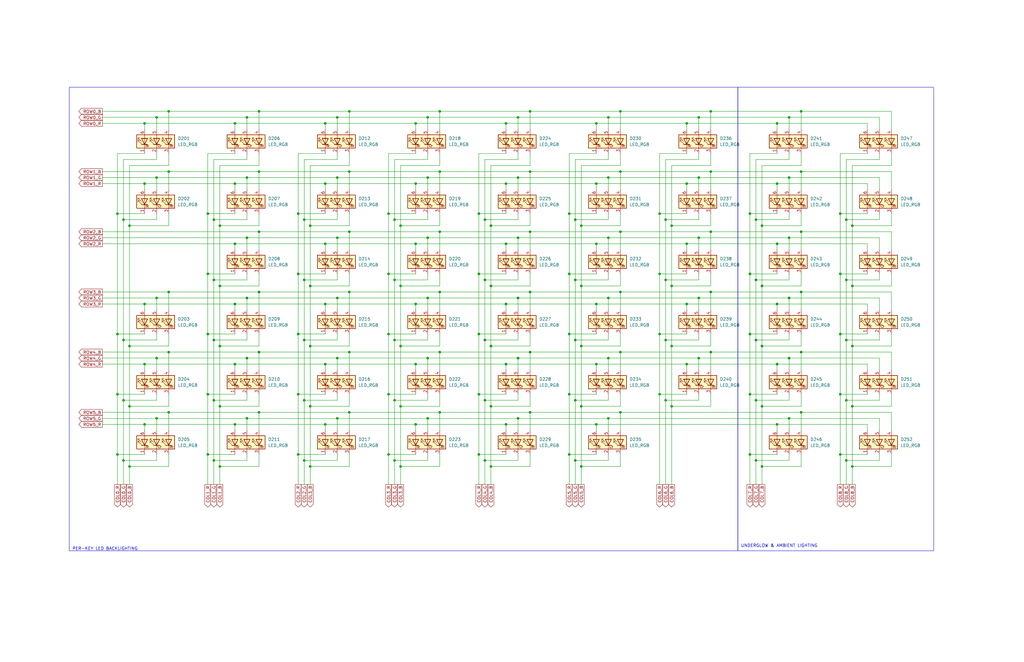
<source format=kicad_sch>
(kicad_sch (version 20230121) (generator eeschema)
  (paper "USLedger")
  (title_block (title "ErgoDUE") (date "2024-01-15") (rev "V0.1") (company "Alessandro Rizzoni") (comment 1 "SCHEMATIC") (comment 2 "DRAFT") (comment 3 "AIR"))
  (junction (at 52.07 92.71))
  (junction (at 245.11 146.05))
  (junction (at 66.04 125.73))
  (junction (at 180.34 176.53))
  (junction (at 87.63 115.57))
  (junction (at 163.83 115.57))
  (junction (at 128.27 168.91))
  (junction (at 256.54 176.53))
  (junction (at 125.73 90.17))
  (junction (at 213.36 179.07))
  (junction (at 168.91 196.85))
  (junction (at 137.16 128.27))
  (junction (at 318.77 118.11))
  (junction (at 251.46 153.67))
  (junction (at 168.91 171.45))
  (junction (at 128.27 143.51))
  (junction (at 204.47 92.71))
  (junction (at 242.57 92.71))
  (junction (at 90.17 143.51))
  (junction (at 166.37 118.11))
  (junction (at 175.26 128.27))
  (junction (at 356.87 118.11))
  (junction (at 92.71 196.85))
  (junction (at 109.22 148.59))
  (junction (at 242.57 194.31))
  (junction (at 218.44 125.73))
  (junction (at 261.62 46.99))
  (junction (at 251.46 102.87))
  (junction (at 213.36 128.27))
  (junction (at 251.46 52.07))
  (junction (at 109.22 72.39))
  (junction (at 201.93 191.77))
  (junction (at 130.81 95.25))
  (junction (at 60.96 128.27))
  (junction (at 356.87 168.91))
  (junction (at 316.23 166.37))
  (junction (at 66.04 176.53))
  (junction (at 359.41 171.45))
  (junction (at 289.56 153.67))
  (junction (at 99.06 153.67))
  (junction (at 321.31 196.85))
  (junction (at 327.66 153.67))
  (junction (at 356.87 194.31))
  (junction (at 60.96 77.47))
  (junction (at 204.47 118.11))
  (junction (at 147.32 72.39))
  (junction (at 104.14 100.33))
  (junction (at 359.41 146.05))
  (junction (at 104.14 74.93))
  (junction (at 316.23 191.77))
  (junction (at 142.24 125.73))
  (junction (at 54.61 146.05))
  (junction (at 242.57 118.11))
  (junction (at 354.33 191.77))
  (junction (at 99.06 77.47))
  (junction (at 223.52 72.39))
  (junction (at 201.93 166.37))
  (junction (at 332.74 151.13))
  (junction (at 332.74 176.53))
  (junction (at 354.33 90.17))
  (junction (at 261.62 123.19))
  (junction (at 92.71 171.45))
  (junction (at 256.54 151.13))
  (junction (at 137.16 52.07))
  (junction (at 125.73 115.57))
  (junction (at 289.56 102.87))
  (junction (at 168.91 120.65))
  (junction (at 87.63 191.77))
  (junction (at 71.12 72.39))
  (junction (at 175.26 179.07))
  (junction (at 278.13 140.97))
  (junction (at 201.93 115.57))
  (junction (at 207.01 146.05))
  (junction (at 52.07 194.31))
  (junction (at 90.17 194.31))
  (junction (at 175.26 102.87))
  (junction (at 201.93 90.17))
  (junction (at 242.57 168.91))
  (junction (at 280.67 143.51))
  (junction (at 163.83 166.37))
  (junction (at 278.13 90.17))
  (junction (at 90.17 92.71))
  (junction (at 256.54 49.53))
  (junction (at 289.56 77.47))
  (junction (at 240.03 90.17))
  (junction (at 180.34 100.33))
  (junction (at 54.61 196.85))
  (junction (at 175.26 52.07))
  (junction (at 104.14 125.73))
  (junction (at 207.01 120.65))
  (junction (at 337.82 72.39))
  (junction (at 147.32 123.19))
  (junction (at 54.61 171.45))
  (junction (at 245.11 196.85))
  (junction (at 337.82 97.79))
  (junction (at 99.06 128.27))
  (junction (at 180.34 151.13))
  (junction (at 130.81 171.45))
  (junction (at 90.17 118.11))
  (junction (at 185.42 72.39))
  (junction (at 104.14 176.53))
  (junction (at 137.16 102.87))
  (junction (at 142.24 49.53))
  (junction (at 337.82 173.99))
  (junction (at 185.42 148.59))
  (junction (at 294.64 74.93))
  (junction (at 318.77 143.51))
  (junction (at 147.32 173.99))
  (junction (at 261.62 72.39))
  (junction (at 109.22 123.19))
  (junction (at 142.24 74.93))
  (junction (at 356.87 92.71))
  (junction (at 125.73 191.77))
  (junction (at 299.72 123.19))
  (junction (at 261.62 173.99))
  (junction (at 213.36 52.07))
  (junction (at 49.53 90.17))
  (junction (at 278.13 115.57))
  (junction (at 240.03 140.97))
  (junction (at 125.73 140.97))
  (junction (at 218.44 100.33))
  (junction (at 327.66 52.07))
  (junction (at 278.13 166.37))
  (junction (at 109.22 46.99))
  (junction (at 327.66 179.07))
  (junction (at 104.14 151.13))
  (junction (at 130.81 146.05))
  (junction (at 256.54 100.33))
  (junction (at 175.26 77.47))
  (junction (at 289.56 128.27))
  (junction (at 213.36 77.47))
  (junction (at 332.74 100.33))
  (junction (at 52.07 168.91))
  (junction (at 92.71 146.05))
  (junction (at 280.67 92.71))
  (junction (at 354.33 115.57))
  (junction (at 337.82 46.99))
  (junction (at 318.77 92.71))
  (junction (at 147.32 46.99))
  (junction (at 49.53 166.37))
  (junction (at 213.36 102.87))
  (junction (at 299.72 46.99))
  (junction (at 283.21 120.65))
  (junction (at 240.03 166.37))
  (junction (at 204.47 194.31))
  (junction (at 99.06 102.87))
  (junction (at 242.57 143.51))
  (junction (at 128.27 118.11))
  (junction (at 251.46 77.47))
  (junction (at 66.04 151.13))
  (junction (at 49.53 140.97))
  (junction (at 299.72 72.39))
  (junction (at 207.01 95.25))
  (junction (at 163.83 90.17))
  (junction (at 359.41 95.25))
  (junction (at 261.62 148.59))
  (junction (at 213.36 153.67))
  (junction (at 283.21 171.45))
  (junction (at 294.64 125.73))
  (junction (at 280.67 118.11))
  (junction (at 109.22 173.99))
  (junction (at 207.01 196.85))
  (junction (at 251.46 179.07))
  (junction (at 359.41 120.65))
  (junction (at 90.17 168.91))
  (junction (at 52.07 143.51))
  (junction (at 109.22 97.79))
  (junction (at 299.72 97.79))
  (junction (at 168.91 95.25))
  (junction (at 147.32 148.59))
  (junction (at 251.46 128.27))
  (junction (at 218.44 151.13))
  (junction (at 147.32 97.79))
  (junction (at 130.81 196.85))
  (junction (at 60.96 179.07))
  (junction (at 137.16 77.47))
  (junction (at 166.37 168.91))
  (junction (at 142.24 176.53))
  (junction (at 327.66 128.27))
  (junction (at 163.83 191.77))
  (junction (at 223.52 97.79))
  (junction (at 283.21 146.05))
  (junction (at 66.04 74.93))
  (junction (at 316.23 140.97))
  (junction (at 71.12 173.99))
  (junction (at 356.87 143.51))
  (junction (at 166.37 92.71))
  (junction (at 354.33 140.97))
  (junction (at 166.37 143.51))
  (junction (at 280.67 168.91))
  (junction (at 185.42 97.79))
  (junction (at 54.61 95.25))
  (junction (at 49.53 191.77))
  (junction (at 60.96 52.07))
  (junction (at 223.52 173.99))
  (junction (at 180.34 125.73))
  (junction (at 327.66 102.87))
  (junction (at 60.96 153.67))
  (junction (at 261.62 97.79))
  (junction (at 218.44 49.53))
  (junction (at 256.54 74.93))
  (junction (at 66.04 49.53))
  (junction (at 185.42 123.19))
  (junction (at 142.24 100.33))
  (junction (at 318.77 168.91))
  (junction (at 256.54 125.73))
  (junction (at 163.83 140.97))
  (junction (at 204.47 143.51))
  (junction (at 128.27 194.31))
  (junction (at 321.31 171.45))
  (junction (at 294.64 49.53))
  (junction (at 318.77 194.31))
  (junction (at 204.47 168.91))
  (junction (at 180.34 49.53))
  (junction (at 321.31 146.05))
  (junction (at 99.06 179.07))
  (junction (at 316.23 115.57))
  (junction (at 332.74 74.93))
  (junction (at 201.93 140.97))
  (junction (at 354.33 166.37))
  (junction (at 180.34 74.93))
  (junction (at 240.03 191.77))
  (junction (at 130.81 120.65))
  (junction (at 337.82 123.19))
  (junction (at 316.23 90.17))
  (junction (at 245.11 171.45))
  (junction (at 289.56 52.07))
  (junction (at 71.12 148.59))
  (junction (at 245.11 120.65))
  (junction (at 87.63 166.37))
  (junction (at 218.44 176.53))
  (junction (at 337.82 148.59))
  (junction (at 71.12 46.99))
  (junction (at 99.06 52.07))
  (junction (at 87.63 140.97))
  (junction (at 299.72 148.59))
  (junction (at 223.52 148.59))
  (junction (at 245.11 95.25))
  (junction (at 294.64 151.13))
  (junction (at 104.14 49.53))
  (junction (at 218.44 74.93))
  (junction (at 321.31 95.25))
  (junction (at 92.71 120.65))
  (junction (at 166.37 194.31))
  (junction (at 332.74 49.53))
  (junction (at 207.01 171.45))
  (junction (at 294.64 100.33))
  (junction (at 359.41 196.85))
  (junction (at 223.52 123.19))
  (junction (at 332.74 125.73))
  (junction (at 125.73 166.37))
  (junction (at 87.63 90.17))
  (junction (at 185.42 46.99))
  (junction (at 142.24 151.13))
  (junction (at 92.71 95.25))
  (junction (at 137.16 153.67))
  (junction (at 223.52 46.99))
  (junction (at 137.16 179.07))
  (junction (at 175.26 153.67))
  (junction (at 128.27 92.71))
  (junction (at 240.03 115.57))
  (junction (at 283.21 95.25))
  (junction (at 327.66 77.47))
  (junction (at 185.42 173.99))
  (junction (at 71.12 123.19))
  (junction (at 168.91 146.05))
  (junction (at 321.31 120.65))
  (wire (pts (xy 104.14 194.31) (xy 104.14 191.77)))
  (wire (pts (xy 128.27 168.91) (xy 142.24 168.91)))
  (wire (pts (xy 354.33 115.57) (xy 365.76 115.57)))
  (wire (pts (xy 337.82 97.79) (xy 337.82 105.41)))
  (wire (pts (xy 223.52 97.79) (xy 223.52 105.41)))
  (wire (pts (xy 337.82 69.85) (xy 321.31 69.85)))
  (wire (pts (xy 327.66 179.07) (xy 327.66 181.61)))
  (wire (pts (xy 163.83 140.97) (xy 163.83 166.37)))
  (wire (pts (xy 318.77 143.51) (xy 318.77 168.91)))
  (wire (pts (xy 175.26 52.07) (xy 213.36 52.07)))
  (wire (pts (xy 261.62 123.19) (xy 261.62 130.81)))
  (wire (pts (xy 175.26 52.07) (xy 175.26 54.61)))
  (wire (pts (xy 99.06 102.87) (xy 137.16 102.87)))
  (wire (pts (xy 294.64 151.13) (xy 332.74 151.13)))
  (wire (pts (xy 142.24 100.33) (xy 180.34 100.33)))
  (wire (pts (xy 299.72 123.19) (xy 337.82 123.19)))
  (wire (pts (xy 280.67 143.51) (xy 294.64 143.51)))
  (wire (pts (xy 356.87 118.11) (xy 370.84 118.11)))
  (wire (pts (xy 283.21 69.85) (xy 283.21 95.25)))
  (wire (pts (xy 104.14 166.37) (xy 104.14 168.91)))
  (wire (pts (xy 185.42 173.99) (xy 185.42 181.61)))
  (wire (pts (xy 128.27 92.71) (xy 128.27 118.11)))
  (wire (pts (xy 180.34 176.53) (xy 180.34 181.61)))
  (wire (pts (xy 92.71 146.05) (xy 92.71 171.45)))
  (wire (pts (xy 104.14 64.77) (xy 104.14 67.31)))
  (wire (pts (xy 92.71 146.05) (xy 109.22 146.05)))
  (wire (pts (xy 375.92 146.05) (xy 375.92 140.97)))
  (wire (pts (xy 289.56 102.87) (xy 327.66 102.87)))
  (wire (pts (xy 109.22 46.99) (xy 147.32 46.99)))
  (wire (pts (xy 43.18 77.47) (xy 60.96 77.47)))
  (wire (pts (xy 318.77 168.91) (xy 318.77 194.31)))
  (wire (pts (xy 109.22 72.39) (xy 147.32 72.39)))
  (wire (pts (xy 147.32 69.85) (xy 130.81 69.85)))
  (wire (pts (xy 204.47 194.31) (xy 218.44 194.31)))
  (wire (pts (xy 256.54 151.13) (xy 256.54 156.21)))
  (wire (pts (xy 359.41 196.85) (xy 359.41 204.47)))
  (wire (pts (xy 130.81 69.85) (xy 130.81 95.25)))
  (wire (pts (xy 137.16 52.07) (xy 137.16 54.61)))
  (wire (pts (xy 109.22 123.19) (xy 109.22 130.81)))
  (wire (pts (xy 92.71 95.25) (xy 109.22 95.25)))
  (wire (pts (xy 240.03 90.17) (xy 240.03 115.57)))
  (wire (pts (xy 180.34 49.53) (xy 180.34 54.61)))
  (wire (pts (xy 166.37 118.11) (xy 166.37 143.51)))
  (wire (pts (xy 245.11 95.25) (xy 261.62 95.25)))
  (wire (pts (xy 223.52 146.05) (xy 223.52 140.97)))
  (wire (pts (xy 213.36 52.07) (xy 213.36 54.61)))
  (wire (pts (xy 240.03 140.97) (xy 240.03 166.37)))
  (wire (pts (xy 261.62 72.39) (xy 261.62 80.01)))
  (wire (pts (xy 251.46 128.27) (xy 251.46 130.81)))
  (wire (pts (xy 104.14 125.73) (xy 104.14 130.81)))
  (wire (pts (xy 109.22 72.39) (xy 109.22 80.01)))
  (wire (pts (xy 332.74 67.31) (xy 318.77 67.31)))
  (wire (pts (xy 147.32 46.99) (xy 185.42 46.99)))
  (wire (pts (xy 370.84 67.31) (xy 356.87 67.31)))
  (wire (pts (xy 185.42 148.59) (xy 185.42 156.21)))
  (wire (pts (xy 316.23 191.77) (xy 327.66 191.77)))
  (wire (pts (xy 251.46 102.87) (xy 289.56 102.87)))
  (wire (pts (xy 245.11 146.05) (xy 261.62 146.05)))
  (wire (pts (xy 142.24 115.57) (xy 142.24 118.11)))
  (wire (pts (xy 223.52 173.99) (xy 223.52 181.61)))
  (wire (pts (xy 137.16 77.47) (xy 175.26 77.47)))
  (wire (pts (xy 294.64 166.37) (xy 294.64 168.91)))
  (wire (pts (xy 66.04 125.73) (xy 66.04 130.81)))
  (wire (pts (xy 104.14 115.57) (xy 104.14 118.11)))
  (wire (pts (xy 204.47 67.31) (xy 204.47 92.71)))
  (wire (pts (xy 60.96 179.07) (xy 99.06 179.07)))
  (wire (pts (xy 130.81 146.05) (xy 147.32 146.05)))
  (wire (pts (xy 356.87 194.31) (xy 370.84 194.31)))
  (wire (pts (xy 245.11 95.25) (xy 245.11 120.65)))
  (wire (pts (xy 332.74 151.13) (xy 332.74 156.21)))
  (wire (pts (xy 278.13 166.37) (xy 289.56 166.37)))
  (wire (pts (xy 52.07 67.31) (xy 52.07 92.71)))
  (wire (pts (xy 213.36 179.07) (xy 213.36 181.61)))
  (wire (pts (xy 90.17 67.31) (xy 90.17 92.71)))
  (wire (pts (xy 280.67 143.51) (xy 280.67 168.91)))
  (wire (pts (xy 370.84 64.77) (xy 370.84 67.31)))
  (wire (pts (xy 337.82 46.99) (xy 375.92 46.99)))
  (wire (pts (xy 180.34 115.57) (xy 180.34 118.11)))
  (wire (pts (xy 99.06 64.77) (xy 87.63 64.77)))
  (wire (pts (xy 316.23 140.97) (xy 327.66 140.97)))
  (wire (pts (xy 71.12 123.19) (xy 71.12 130.81)))
  (wire (pts (xy 207.01 120.65) (xy 207.01 146.05)))
  (wire (pts (xy 175.26 102.87) (xy 213.36 102.87)))
  (wire (pts (xy 109.22 148.59) (xy 109.22 156.21)))
  (wire (pts (xy 180.34 176.53) (xy 218.44 176.53)))
  (wire (pts (xy 280.67 168.91) (xy 294.64 168.91)))
  (wire (pts (xy 316.23 115.57) (xy 327.66 115.57)))
  (wire (pts (xy 92.71 95.25) (xy 92.71 120.65)))
  (wire (pts (xy 218.44 74.93) (xy 218.44 80.01)))
  (wire (pts (xy 204.47 92.71) (xy 218.44 92.71)))
  (wire (pts (xy 60.96 77.47) (xy 60.96 80.01)))
  (wire (pts (xy 168.91 95.25) (xy 185.42 95.25)))
  (wire (pts (xy 92.71 196.85) (xy 92.71 204.47)))
  (wire (pts (xy 359.41 95.25) (xy 359.41 120.65)))
  (wire (pts (xy 318.77 92.71) (xy 318.77 118.11)))
  (wire (pts (xy 130.81 146.05) (xy 130.81 171.45)))
  (wire (pts (xy 365.76 128.27) (xy 365.76 130.81)))
  (wire (pts (xy 137.16 77.47) (xy 137.16 80.01)))
  (wire (pts (xy 185.42 64.77) (xy 185.42 69.85)))
  (wire (pts (xy 318.77 118.11) (xy 318.77 143.51)))
  (wire (pts (xy 240.03 90.17) (xy 251.46 90.17)))
  (wire (pts (xy 316.23 140.97) (xy 316.23 166.37)))
  (wire (pts (xy 283.21 171.45) (xy 299.72 171.45)))
  (wire (pts (xy 278.13 90.17) (xy 289.56 90.17)))
  (wire (pts (xy 289.56 128.27) (xy 289.56 130.81)))
  (wire (pts (xy 201.93 140.97) (xy 201.93 166.37)))
  (wire (pts (xy 289.56 52.07) (xy 327.66 52.07)))
  (wire (pts (xy 109.22 95.25) (xy 109.22 90.17)))
  (wire (pts (xy 242.57 67.31) (xy 242.57 92.71)))
  (wire (pts (xy 256.54 100.33) (xy 256.54 105.41)))
  (wire (pts (xy 142.24 125.73) (xy 142.24 130.81)))
  (wire (pts (xy 240.03 115.57) (xy 240.03 140.97)))
  (wire (pts (xy 365.76 64.77) (xy 354.33 64.77)))
  (wire (pts (xy 370.84 166.37) (xy 370.84 168.91)))
  (wire (pts (xy 278.13 64.77) (xy 278.13 90.17)))
  (wire (pts (xy 87.63 140.97) (xy 87.63 166.37)))
  (wire (pts (xy 359.41 146.05) (xy 359.41 171.45)))
  (wire (pts (xy 87.63 191.77) (xy 87.63 204.47)))
  (wire (pts (xy 142.24 64.77) (xy 142.24 67.31)))
  (wire (pts (xy 359.41 120.65) (xy 359.41 146.05)))
  (wire (pts (xy 54.61 69.85) (xy 54.61 95.25)))
  (wire (pts (xy 294.64 100.33) (xy 294.64 105.41)))
  (wire (pts (xy 375.92 69.85) (xy 359.41 69.85)))
  (wire (pts (xy 142.24 125.73) (xy 180.34 125.73)))
  (wire (pts (xy 43.18 52.07) (xy 60.96 52.07)))
  (wire (pts (xy 316.23 90.17) (xy 316.23 115.57)))
  (wire (pts (xy 218.44 176.53) (xy 256.54 176.53)))
  (wire (pts (xy 43.18 151.13) (xy 66.04 151.13)))
  (wire (pts (xy 256.54 140.97) (xy 256.54 143.51)))
  (wire (pts (xy 130.81 196.85) (xy 147.32 196.85)))
  (wire (pts (xy 92.71 171.45) (xy 92.71 196.85)))
  (wire (pts (xy 316.23 64.77) (xy 316.23 90.17)))
  (wire (pts (xy 251.46 153.67) (xy 251.46 156.21)))
  (wire (pts (xy 213.36 77.47) (xy 213.36 80.01)))
  (wire (pts (xy 256.54 90.17) (xy 256.54 92.71)))
  (wire (pts (xy 104.14 100.33) (xy 142.24 100.33)))
  (wire (pts (xy 168.91 95.25) (xy 168.91 120.65)))
  (wire (pts (xy 375.92 171.45) (xy 375.92 166.37)))
  (wire (pts (xy 213.36 179.07) (xy 251.46 179.07)))
  (wire (pts (xy 242.57 118.11) (xy 256.54 118.11)))
  (wire (pts (xy 327.66 179.07) (xy 365.76 179.07)))
  (wire (pts (xy 294.64 125.73) (xy 332.74 125.73)))
  (wire (pts (xy 163.83 191.77) (xy 163.83 204.47)))
  (wire (pts (xy 43.18 173.99) (xy 71.12 173.99)))
  (wire (pts (xy 99.06 52.07) (xy 137.16 52.07)))
  (wire (pts (xy 54.61 95.25) (xy 71.12 95.25)))
  (wire (pts (xy 168.91 146.05) (xy 168.91 171.45)))
  (wire (pts (xy 104.14 151.13) (xy 104.14 156.21)))
  (wire (pts (xy 185.42 146.05) (xy 185.42 140.97)))
  (wire (pts (xy 213.36 102.87) (xy 213.36 105.41)))
  (wire (pts (xy 251.46 128.27) (xy 289.56 128.27)))
  (wire (pts (xy 213.36 128.27) (xy 251.46 128.27)))
  (wire (pts (xy 166.37 143.51) (xy 166.37 168.91)))
  (wire (pts (xy 256.54 176.53) (xy 256.54 181.61)))
  (wire (pts (xy 240.03 64.77) (xy 240.03 90.17)))
  (wire (pts (xy 104.14 67.31) (xy 90.17 67.31)))
  (wire (pts (xy 283.21 95.25) (xy 299.72 95.25)))
  (wire (pts (xy 87.63 140.97) (xy 99.06 140.97)))
  (wire (pts (xy 54.61 146.05) (xy 71.12 146.05)))
  (wire (pts (xy 175.26 153.67) (xy 213.36 153.67)))
  (wire (pts (xy 137.16 52.07) (xy 175.26 52.07)))
  (wire (pts (xy 261.62 196.85) (xy 261.62 191.77)))
  (wire (pts (xy 71.12 173.99) (xy 109.22 173.99)))
  (wire (pts (xy 321.31 196.85) (xy 337.82 196.85)))
  (wire (pts (xy 66.04 64.77) (xy 66.04 67.31)))
  (wire (pts (xy 104.14 74.93) (xy 142.24 74.93)))
  (wire (pts (xy 109.22 64.77) (xy 109.22 69.85)))
  (wire (pts (xy 109.22 69.85) (xy 92.71 69.85)))
  (wire (pts (xy 201.93 166.37) (xy 213.36 166.37)))
  (wire (pts (xy 104.14 176.53) (xy 142.24 176.53)))
  (wire (pts (xy 142.24 49.53) (xy 180.34 49.53)))
  (wire (pts (xy 240.03 191.77) (xy 251.46 191.77)))
  (wire (pts (xy 142.24 151.13) (xy 142.24 156.21)))
  (wire (pts (xy 175.26 179.07) (xy 175.26 181.61)))
  (wire (pts (xy 147.32 46.99) (xy 147.32 54.61)))
  (wire (pts (xy 166.37 143.51) (xy 180.34 143.51)))
  (wire (pts (xy 213.36 77.47) (xy 251.46 77.47)))
  (wire (pts (xy 354.33 166.37) (xy 354.33 191.77)))
  (wire (pts (xy 90.17 92.71) (xy 90.17 118.11)))
  (wire (pts (xy 180.34 140.97) (xy 180.34 143.51)))
  (wire (pts (xy 337.82 72.39) (xy 375.92 72.39)))
  (wire (pts (xy 168.91 146.05) (xy 185.42 146.05)))
  (wire (pts (xy 278.13 166.37) (xy 278.13 204.47)))
  (wire (pts (xy 185.42 196.85) (xy 185.42 191.77)))
  (wire (pts (xy 201.93 191.77) (xy 201.93 204.47)))
  (wire (pts (xy 185.42 97.79) (xy 223.52 97.79)))
  (wire (pts (xy 201.93 115.57) (xy 201.93 140.97)))
  (wire (pts (xy 185.42 173.99) (xy 223.52 173.99)))
  (wire (pts (xy 218.44 90.17) (xy 218.44 92.71)))
  (wire (pts (xy 180.34 67.31) (xy 166.37 67.31)))
  (wire (pts (xy 168.91 196.85) (xy 168.91 204.47)))
  (wire (pts (xy 354.33 140.97) (xy 365.76 140.97)))
  (wire (pts (xy 321.31 196.85) (xy 321.31 204.47)))
  (wire (pts (xy 109.22 120.65) (xy 109.22 115.57)))
  (wire (pts (xy 43.18 49.53) (xy 66.04 49.53)))
  (wire (pts (xy 251.46 77.47) (xy 289.56 77.47)))
  (wire (pts (xy 92.71 196.85) (xy 109.22 196.85)))
  (wire (pts (xy 299.72 148.59) (xy 299.72 156.21)))
  (wire (pts (xy 109.22 46.99) (xy 109.22 54.61)))
  (wire (pts (xy 163.83 166.37) (xy 175.26 166.37)))
  (wire (pts (xy 109.22 173.99) (xy 109.22 181.61)))
  (wire (pts (xy 60.96 153.67) (xy 60.96 156.21)))
  (wire (pts (xy 370.84 151.13) (xy 370.84 156.21)))
  (wire (pts (xy 294.64 100.33) (xy 332.74 100.33)))
  (wire (pts (xy 321.31 171.45) (xy 337.82 171.45)))
  (wire (pts (xy 207.01 196.85) (xy 207.01 204.47)))
  (wire (pts (xy 332.74 166.37) (xy 332.74 168.91)))
  (wire (pts (xy 261.62 148.59) (xy 299.72 148.59)))
  (wire (pts (xy 337.82 64.77) (xy 337.82 69.85)))
  (wire (pts (xy 223.52 72.39) (xy 261.62 72.39)))
  (wire (pts (xy 109.22 97.79) (xy 109.22 105.41)))
  (wire (pts (xy 201.93 115.57) (xy 213.36 115.57)))
  (wire (pts (xy 90.17 168.91) (xy 90.17 194.31)))
  (wire (pts (xy 240.03 140.97) (xy 251.46 140.97)))
  (wire (pts (xy 128.27 67.31) (xy 128.27 92.71)))
  (wire (pts (xy 242.57 118.11) (xy 242.57 143.51)))
  (wire (pts (xy 130.81 171.45) (xy 147.32 171.45)))
  (wire (pts (xy 147.32 95.25) (xy 147.32 90.17)))
  (wire (pts (xy 128.27 143.51) (xy 128.27 168.91)))
  (wire (pts (xy 223.52 69.85) (xy 207.01 69.85)))
  (wire (pts (xy 92.71 69.85) (xy 92.71 95.25)))
  (wire (pts (xy 375.92 148.59) (xy 375.92 156.21)))
  (wire (pts (xy 92.71 171.45) (xy 109.22 171.45)))
  (wire (pts (xy 356.87 118.11) (xy 356.87 143.51)))
  (wire (pts (xy 370.84 115.57) (xy 370.84 118.11)))
  (wire (pts (xy 337.82 123.19) (xy 337.82 130.81)))
  (wire (pts (xy 166.37 92.71) (xy 166.37 118.11)))
  (wire (pts (xy 60.96 179.07) (xy 60.96 181.61)))
  (wire (pts (xy 60.96 153.67) (xy 99.06 153.67)))
  (wire (pts (xy 201.93 140.97) (xy 213.36 140.97)))
  (wire (pts (xy 337.82 196.85) (xy 337.82 191.77)))
  (wire (pts (xy 332.74 115.57) (xy 332.74 118.11)))
  (wire (pts (xy 213.36 64.77) (xy 201.93 64.77)))
  (wire (pts (xy 370.84 125.73) (xy 370.84 130.81)))
  (wire (pts (xy 332.74 125.73) (xy 332.74 130.81)))
  (wire (pts (xy 218.44 151.13) (xy 256.54 151.13)))
  (wire (pts (xy 294.64 115.57) (xy 294.64 118.11)))
  (wire (pts (xy 43.18 125.73) (xy 66.04 125.73)))
  (wire (pts (xy 71.12 95.25) (xy 71.12 90.17)))
  (wire (pts (xy 175.26 64.77) (xy 163.83 64.77)))
  (wire (pts (xy 99.06 128.27) (xy 137.16 128.27)))
  (wire (pts (xy 359.41 146.05) (xy 375.92 146.05)))
  (wire (pts (xy 90.17 143.51) (xy 104.14 143.51)))
  (wire (pts (xy 218.44 140.97) (xy 218.44 143.51)))
  (wire (pts (xy 130.81 120.65) (xy 130.81 146.05)))
  (wire (pts (xy 261.62 46.99) (xy 261.62 54.61)))
  (wire (pts (xy 299.72 123.19) (xy 299.72 130.81)))
  (wire (pts (xy 318.77 92.71) (xy 332.74 92.71)))
  (wire (pts (xy 180.34 49.53) (xy 218.44 49.53)))
  (wire (pts (xy 71.12 46.99) (xy 71.12 54.61)))
  (wire (pts (xy 175.26 128.27) (xy 175.26 130.81)))
  (wire (pts (xy 125.73 140.97) (xy 137.16 140.97)))
  (wire (pts (xy 289.56 64.77) (xy 278.13 64.77)))
  (wire (pts (xy 180.34 100.33) (xy 218.44 100.33)))
  (wire (pts (xy 318.77 194.31) (xy 318.77 204.47)))
  (wire (pts (xy 142.24 67.31) (xy 128.27 67.31)))
  (wire (pts (xy 180.34 74.93) (xy 218.44 74.93)))
  (wire (pts (xy 294.64 64.77) (xy 294.64 67.31)))
  (wire (pts (xy 168.91 120.65) (xy 168.91 146.05)))
  (wire (pts (xy 180.34 125.73) (xy 180.34 130.81)))
  (wire (pts (xy 370.84 100.33) (xy 370.84 105.41)))
  (wire (pts (xy 375.92 46.99) (xy 375.92 54.61)))
  (wire (pts (xy 147.32 123.19) (xy 147.32 130.81)))
  (wire (pts (xy 223.52 148.59) (xy 261.62 148.59)))
  (wire (pts (xy 316.23 115.57) (xy 316.23 140.97)))
  (wire (pts (xy 294.64 74.93) (xy 332.74 74.93)))
  (wire (pts (xy 365.76 77.47) (xy 365.76 80.01)))
  (wire (pts (xy 71.12 46.99) (xy 109.22 46.99)))
  (wire (pts (xy 49.53 140.97) (xy 60.96 140.97)))
  (wire (pts (xy 175.26 128.27) (xy 213.36 128.27)))
  (wire (pts (xy 359.41 171.45) (xy 359.41 196.85)))
  (wire (pts (xy 142.24 140.97) (xy 142.24 143.51)))
  (wire (pts (xy 52.07 143.51) (xy 66.04 143.51)))
  (wire (pts (xy 256.54 49.53) (xy 256.54 54.61)))
  (wire (pts (xy 327.66 102.87) (xy 327.66 105.41)))
  (wire (pts (xy 256.54 151.13) (xy 294.64 151.13)))
  (wire (pts (xy 54.61 171.45) (xy 54.61 196.85)))
  (wire (pts (xy 52.07 168.91) (xy 52.07 194.31)))
  (wire (pts (xy 375.92 95.25) (xy 375.92 90.17)))
  (wire (pts (xy 125.73 166.37) (xy 125.73 191.77)))
  (wire (pts (xy 365.76 153.67) (xy 365.76 156.21)))
  (wire (pts (xy 299.72 64.77) (xy 299.72 69.85)))
  (wire (pts (xy 337.82 173.99) (xy 375.92 173.99)))
  (wire (pts (xy 280.67 168.91) (xy 280.67 204.47)))
  (wire (pts (xy 66.04 74.93) (xy 104.14 74.93)))
  (wire (pts (xy 147.32 148.59) (xy 185.42 148.59)))
  (wire (pts (xy 251.46 179.07) (xy 327.66 179.07)))
  (wire (pts (xy 321.31 120.65) (xy 337.82 120.65)))
  (wire (pts (xy 356.87 194.31) (xy 356.87 204.47)))
  (wire (pts (xy 256.54 67.31) (xy 242.57 67.31)))
  (wire (pts (xy 354.33 64.77) (xy 354.33 90.17)))
  (wire (pts (xy 359.41 95.25) (xy 375.92 95.25)))
  (wire (pts (xy 299.72 97.79) (xy 337.82 97.79)))
  (wire (pts (xy 289.56 77.47) (xy 289.56 80.01)))
  (wire (pts (xy 318.77 168.91) (xy 332.74 168.91)))
  (wire (pts (xy 327.66 128.27) (xy 327.66 130.81)))
  (wire (pts (xy 261.62 46.99) (xy 299.72 46.99)))
  (wire (pts (xy 52.07 92.71) (xy 66.04 92.71)))
  (wire (pts (xy 147.32 64.77) (xy 147.32 69.85)))
  (wire (pts (xy 201.93 191.77) (xy 213.36 191.77)))
  (wire (pts (xy 256.54 74.93) (xy 256.54 80.01)))
  (wire (pts (xy 261.62 146.05) (xy 261.62 140.97)))
  (wire (pts (xy 49.53 191.77) (xy 49.53 204.47)))
  (wire (pts (xy 147.32 123.19) (xy 185.42 123.19)))
  (wire (pts (xy 60.96 64.77) (xy 49.53 64.77)))
  (wire (pts (xy 43.18 72.39) (xy 71.12 72.39)))
  (wire (pts (xy 321.31 95.25) (xy 337.82 95.25)))
  (wire (pts (xy 43.18 123.19) (xy 71.12 123.19)))
  (wire (pts (xy 125.73 191.77) (xy 125.73 204.47)))
  (wire (pts (xy 201.93 90.17) (xy 213.36 90.17)))
  (wire (pts (xy 321.31 146.05) (xy 337.82 146.05)))
  (wire (pts (xy 299.72 148.59) (xy 337.82 148.59)))
  (wire (pts (xy 294.64 90.17) (xy 294.64 92.71)))
  (wire (pts (xy 245.11 120.65) (xy 261.62 120.65)))
  (wire (pts (xy 71.12 148.59) (xy 109.22 148.59)))
  (wire (pts (xy 142.24 74.93) (xy 180.34 74.93)))
  (wire (pts (xy 204.47 118.11) (xy 218.44 118.11)))
  (wire (pts (xy 147.32 120.65) (xy 147.32 115.57)))
  (wire (pts (xy 337.82 97.79) (xy 375.92 97.79)))
  (wire (pts (xy 104.14 90.17) (xy 104.14 92.71)))
  (wire (pts (xy 240.03 166.37) (xy 251.46 166.37)))
  (wire (pts (xy 66.04 67.31) (xy 52.07 67.31)))
  (wire (pts (xy 283.21 95.25) (xy 283.21 120.65)))
  (wire (pts (xy 87.63 90.17) (xy 87.63 115.57)))
  (wire (pts (xy 99.06 77.47) (xy 137.16 77.47)))
  (wire (pts (xy 185.42 120.65) (xy 185.42 115.57)))
  (wire (pts (xy 180.34 194.31) (xy 180.34 191.77)))
  (wire (pts (xy 354.33 191.77) (xy 354.33 204.47)))
  (wire (pts (xy 142.24 194.31) (xy 142.24 191.77)))
  (wire (pts (xy 71.12 123.19) (xy 109.22 123.19)))
  (wire (pts (xy 240.03 191.77) (xy 240.03 204.47)))
  (wire (pts (xy 261.62 171.45) (xy 261.62 166.37)))
  (wire (pts (xy 223.52 173.99) (xy 261.62 173.99)))
  (wire (pts (xy 299.72 171.45) (xy 299.72 166.37)))
  (wire (pts (xy 185.42 123.19) (xy 185.42 130.81)))
  (wire (pts (xy 204.47 168.91) (xy 218.44 168.91)))
  (wire (pts (xy 163.83 166.37) (xy 163.83 191.77)))
  (wire (pts (xy 223.52 64.77) (xy 223.52 69.85)))
  (wire (pts (xy 99.06 102.87) (xy 99.06 105.41)))
  (wire (pts (xy 375.92 173.99) (xy 375.92 181.61)))
  (wire (pts (xy 163.83 115.57) (xy 175.26 115.57)))
  (wire (pts (xy 256.54 176.53) (xy 332.74 176.53)))
  (wire (pts (xy 356.87 143.51) (xy 370.84 143.51)))
  (wire (pts (xy 251.46 179.07) (xy 251.46 181.61)))
  (wire (pts (xy 109.22 97.79) (xy 147.32 97.79)))
  (wire (pts (xy 137.16 179.07) (xy 175.26 179.07)))
  (wire (pts (xy 185.42 148.59) (xy 223.52 148.59)))
  (wire (pts (xy 180.34 166.37) (xy 180.34 168.91)))
  (wire (pts (xy 332.74 125.73) (xy 370.84 125.73)))
  (wire (pts (xy 147.32 173.99) (xy 147.32 181.61)))
  (wire (pts (xy 359.41 196.85) (xy 375.92 196.85)))
  (wire (pts (xy 218.44 125.73) (xy 218.44 130.81)))
  (wire (pts (xy 256.54 125.73) (xy 256.54 130.81)))
  (wire (pts (xy 354.33 191.77) (xy 365.76 191.77)))
  (wire (pts (xy 128.27 118.11) (xy 142.24 118.11)))
  (wire (pts (xy 332.74 151.13) (xy 370.84 151.13)))
  (wire (pts (xy 370.84 140.97) (xy 370.84 143.51)))
  (wire (pts (xy 180.34 74.93) (xy 180.34 80.01)))
  (wire (pts (xy 125.73 115.57) (xy 137.16 115.57)))
  (wire (pts (xy 261.62 64.77) (xy 261.62 69.85)))
  (wire (pts (xy 166.37 168.91) (xy 166.37 194.31)))
  (wire (pts (xy 375.92 123.19) (xy 375.92 130.81)))
  (wire (pts (xy 175.26 153.67) (xy 175.26 156.21)))
  (wire (pts (xy 294.64 125.73) (xy 294.64 130.81)))
  (wire (pts (xy 137.16 128.27) (xy 175.26 128.27)))
  (wire (pts (xy 207.01 146.05) (xy 207.01 171.45)))
  (wire (pts (xy 327.66 153.67) (xy 327.66 156.21)))
  (wire (pts (xy 294.64 74.93) (xy 294.64 80.01)))
  (wire (pts (xy 99.06 52.07) (xy 99.06 54.61)))
  (wire (pts (xy 283.21 120.65) (xy 299.72 120.65)))
  (wire (pts (xy 147.32 196.85) (xy 147.32 191.77)))
  (wire (pts (xy 256.54 49.53) (xy 294.64 49.53)))
  (wire (pts (xy 223.52 123.19) (xy 261.62 123.19)))
  (wire (pts (xy 180.34 100.33) (xy 180.34 105.41)))
  (wire (pts (xy 142.24 166.37) (xy 142.24 168.91)))
  (wire (pts (xy 245.11 146.05) (xy 245.11 171.45)))
  (wire (pts (xy 213.36 128.27) (xy 213.36 130.81)))
  (wire (pts (xy 332.74 49.53) (xy 332.74 54.61)))
  (wire (pts (xy 71.12 64.77) (xy 71.12 69.85)))
  (wire (pts (xy 175.26 102.87) (xy 175.26 105.41)))
  (wire (pts (xy 66.04 151.13) (xy 66.04 156.21)))
  (wire (pts (xy 204.47 92.71) (xy 204.47 118.11)))
  (wire (pts (xy 137.16 153.67) (xy 175.26 153.67)))
  (wire (pts (xy 130.81 120.65) (xy 147.32 120.65)))
  (wire (pts (xy 283.21 120.65) (xy 283.21 146.05)))
  (wire (pts (xy 242.57 194.31) (xy 242.57 204.47)))
  (wire (pts (xy 204.47 168.91) (xy 204.47 194.31)))
  (wire (pts (xy 251.46 52.07) (xy 251.46 54.61)))
  (wire (pts (xy 370.84 194.31) (xy 370.84 191.77)))
  (wire (pts (xy 242.57 194.31) (xy 256.54 194.31)))
  (wire (pts (xy 223.52 120.65) (xy 223.52 115.57)))
  (wire (pts (xy 142.24 176.53) (xy 180.34 176.53)))
  (wire (pts (xy 375.92 64.77) (xy 375.92 69.85)))
  (wire (pts (xy 99.06 179.07) (xy 137.16 179.07)))
  (wire (pts (xy 332.74 176.53) (xy 370.84 176.53)))
  (wire (pts (xy 43.18 179.07) (xy 60.96 179.07)))
  (wire (pts (xy 43.18 128.27) (xy 60.96 128.27)))
  (wire (pts (xy 168.91 171.45) (xy 185.42 171.45)))
  (wire (pts (xy 66.04 176.53) (xy 104.14 176.53)))
  (wire (pts (xy 66.04 49.53) (xy 104.14 49.53)))
  (wire (pts (xy 147.32 146.05) (xy 147.32 140.97)))
  (wire (pts (xy 375.92 196.85) (xy 375.92 191.77)))
  (wire (pts (xy 147.32 72.39) (xy 185.42 72.39)))
  (wire (pts (xy 168.91 120.65) (xy 185.42 120.65)))
  (wire (pts (xy 207.01 120.65) (xy 223.52 120.65)))
  (wire (pts (xy 337.82 123.19) (xy 375.92 123.19)))
  (wire (pts (xy 185.42 69.85) (xy 168.91 69.85)))
  (wire (pts (xy 375.92 97.79) (xy 375.92 105.41)))
  (wire (pts (xy 207.01 69.85) (xy 207.01 95.25)))
  (wire (pts (xy 43.18 46.99) (xy 71.12 46.99)))
  (wire (pts (xy 147.32 97.79) (xy 185.42 97.79)))
  (wire (pts (xy 185.42 95.25) (xy 185.42 90.17)))
  (wire (pts (xy 332.74 64.77) (xy 332.74 67.31)))
  (wire (pts (xy 90.17 143.51) (xy 90.17 168.91)))
  (wire (pts (xy 299.72 72.39) (xy 337.82 72.39)))
  (wire (pts (xy 289.56 153.67) (xy 327.66 153.67)))
  (wire (pts (xy 218.44 74.93) (xy 256.54 74.93)))
  (wire (pts (xy 166.37 92.71) (xy 180.34 92.71)))
  (wire (pts (xy 278.13 90.17) (xy 278.13 115.57)))
  (wire (pts (xy 99.06 128.27) (xy 99.06 130.81)))
  (wire (pts (xy 278.13 115.57) (xy 289.56 115.57)))
  (wire (pts (xy 71.12 72.39) (xy 109.22 72.39)))
  (wire (pts (xy 218.44 166.37) (xy 218.44 168.91)))
  (wire (pts (xy 52.07 143.51) (xy 52.07 168.91)))
  (wire (pts (xy 359.41 171.45) (xy 375.92 171.45)))
  (wire (pts (xy 201.93 90.17) (xy 201.93 115.57)))
  (wire (pts (xy 87.63 115.57) (xy 99.06 115.57)))
  (wire (pts (xy 223.52 46.99) (xy 223.52 54.61)))
  (wire (pts (xy 316.23 166.37) (xy 316.23 191.77)))
  (wire (pts (xy 90.17 194.31) (xy 104.14 194.31)))
  (wire (pts (xy 71.12 72.39) (xy 71.12 80.01)))
  (wire (pts (xy 185.42 97.79) (xy 185.42 105.41)))
  (wire (pts (xy 356.87 168.91) (xy 370.84 168.91)))
  (wire (pts (xy 299.72 97.79) (xy 299.72 105.41)))
  (wire (pts (xy 52.07 92.71) (xy 52.07 143.51)))
  (wire (pts (xy 337.82 95.25) (xy 337.82 90.17)))
  (wire (pts (xy 49.53 166.37) (xy 49.53 191.77)))
  (wire (pts (xy 359.41 120.65) (xy 375.92 120.65)))
  (wire (pts (xy 289.56 153.67) (xy 289.56 156.21)))
  (wire (pts (xy 316.23 90.17) (xy 327.66 90.17)))
  (wire (pts (xy 130.81 95.25) (xy 130.81 120.65)))
  (wire (pts (xy 54.61 146.05) (xy 54.61 171.45)))
  (wire (pts (xy 242.57 92.71) (xy 256.54 92.71)))
  (wire (pts (xy 337.82 148.59) (xy 375.92 148.59)))
  (wire (pts (xy 99.06 153.67) (xy 137.16 153.67)))
  (wire (pts (xy 365.76 52.07) (xy 365.76 54.61)))
  (wire (pts (xy 213.36 153.67) (xy 213.36 156.21)))
  (wire (pts (xy 218.44 100.33) (xy 256.54 100.33)))
  (wire (pts (xy 204.47 143.51) (xy 218.44 143.51)))
  (wire (pts (xy 280.67 67.31) (xy 280.67 92.71)))
  (wire (pts (xy 337.82 148.59) (xy 337.82 156.21)))
  (wire (pts (xy 289.56 102.87) (xy 289.56 105.41)))
  (wire (pts (xy 370.84 74.93) (xy 370.84 80.01)))
  (wire (pts (xy 125.73 90.17) (xy 125.73 115.57)))
  (wire (pts (xy 213.36 102.87) (xy 251.46 102.87)))
  (wire (pts (xy 289.56 77.47) (xy 327.66 77.47)))
  (wire (pts (xy 66.04 125.73) (xy 104.14 125.73)))
  (wire (pts (xy 185.42 123.19) (xy 223.52 123.19)))
  (wire (pts (xy 66.04 176.53) (xy 66.04 181.61)))
  (wire (pts (xy 142.24 74.93) (xy 142.24 80.01)))
  (wire (pts (xy 283.21 171.45) (xy 283.21 204.47)))
  (wire (pts (xy 204.47 118.11) (xy 204.47 143.51)))
  (wire (pts (xy 104.14 74.93) (xy 104.14 80.01)))
  (wire (pts (xy 370.84 176.53) (xy 370.84 181.61)))
  (wire (pts (xy 242.57 143.51) (xy 256.54 143.51)))
  (wire (pts (xy 99.06 153.67) (xy 99.06 156.21)))
  (wire (pts (xy 185.42 46.99) (xy 185.42 54.61)))
  (wire (pts (xy 289.56 52.07) (xy 289.56 54.61)))
  (wire (pts (xy 223.52 196.85) (xy 223.52 191.77)))
  (wire (pts (xy 218.44 64.77) (xy 218.44 67.31)))
  (wire (pts (xy 251.46 77.47) (xy 251.46 80.01)))
  (wire (pts (xy 354.33 90.17) (xy 365.76 90.17)))
  (wire (pts (xy 278.13 140.97) (xy 278.13 166.37)))
  (wire (pts (xy 218.44 115.57) (xy 218.44 118.11)))
  (wire (pts (xy 299.72 72.39) (xy 299.72 80.01)))
  (wire (pts (xy 104.14 176.53) (xy 104.14 181.61)))
  (wire (pts (xy 185.42 46.99) (xy 223.52 46.99)))
  (wire (pts (xy 365.76 102.87) (xy 365.76 105.41)))
  (wire (pts (xy 332.74 194.31) (xy 332.74 191.77)))
  (wire (pts (xy 109.22 196.85) (xy 109.22 191.77)))
  (wire (pts (xy 354.33 140.97) (xy 354.33 166.37)))
  (wire (pts (xy 207.01 95.25) (xy 223.52 95.25)))
  (wire (pts (xy 283.21 146.05) (xy 299.72 146.05)))
  (wire (pts (xy 142.24 49.53) (xy 142.24 54.61)))
  (wire (pts (xy 52.07 194.31) (xy 52.07 204.47)))
  (wire (pts (xy 207.01 95.25) (xy 207.01 120.65)))
  (wire (pts (xy 299.72 95.25) (xy 299.72 90.17)))
  (wire (pts (xy 356.87 143.51) (xy 356.87 168.91)))
  (wire (pts (xy 261.62 72.39) (xy 299.72 72.39)))
  (wire (pts (xy 261.62 69.85) (xy 245.11 69.85)))
  (wire (pts (xy 356.87 168.91) (xy 356.87 194.31)))
  (wire (pts (xy 168.91 69.85) (xy 168.91 95.25)))
  (wire (pts (xy 299.72 46.99) (xy 299.72 54.61)))
  (wire (pts (xy 87.63 115.57) (xy 87.63 140.97)))
  (wire (pts (xy 242.57 168.91) (xy 242.57 194.31)))
  (wire (pts (xy 316.23 166.37) (xy 327.66 166.37)))
  (wire (pts (xy 49.53 90.17) (xy 60.96 90.17)))
  (wire (pts (xy 90.17 92.71) (xy 104.14 92.71)))
  (wire (pts (xy 54.61 171.45) (xy 71.12 171.45)))
  (wire (pts (xy 218.44 151.13) (xy 218.44 156.21)))
  (wire (pts (xy 109.22 146.05) (xy 109.22 140.97)))
  (wire (pts (xy 213.36 153.67) (xy 251.46 153.67)))
  (wire (pts (xy 327.66 77.47) (xy 365.76 77.47)))
  (wire (pts (xy 242.57 92.71) (xy 242.57 118.11)))
  (wire (pts (xy 294.64 151.13) (xy 294.64 156.21)))
  (wire (pts (xy 261.62 97.79) (xy 261.62 105.41)))
  (wire (pts (xy 256.54 166.37) (xy 256.54 168.91)))
  (wire (pts (xy 218.44 49.53) (xy 218.44 54.61)))
  (wire (pts (xy 49.53 64.77) (xy 49.53 90.17)))
  (wire (pts (xy 359.41 69.85) (xy 359.41 95.25)))
  (wire (pts (xy 175.26 179.07) (xy 213.36 179.07)))
  (wire (pts (xy 175.26 77.47) (xy 175.26 80.01)))
  (wire (pts (xy 104.14 49.53) (xy 104.14 54.61)))
  (wire (pts (xy 125.73 64.77) (xy 125.73 90.17)))
  (wire (pts (xy 218.44 125.73) (xy 256.54 125.73)))
  (wire (pts (xy 66.04 166.37) (xy 66.04 168.91)))
  (wire (pts (xy 52.07 194.31) (xy 66.04 194.31)))
  (wire (pts (xy 71.12 196.85) (xy 71.12 191.77)))
  (wire (pts (xy 332.74 74.93) (xy 332.74 80.01)))
  (wire (pts (xy 166.37 194.31) (xy 166.37 204.47)))
  (wire (pts (xy 370.84 49.53) (xy 370.84 54.61)))
  (wire (pts (xy 66.04 90.17) (xy 66.04 92.71)))
  (wire (pts (xy 327.66 153.67) (xy 365.76 153.67)))
  (wire (pts (xy 142.24 151.13) (xy 180.34 151.13)))
  (wire (pts (xy 92.71 120.65) (xy 92.71 146.05)))
  (wire (pts (xy 365.76 179.07) (xy 365.76 181.61)))
  (wire (pts (xy 223.52 148.59) (xy 223.52 156.21)))
  (wire (pts (xy 204.47 194.31) (xy 204.47 204.47)))
  (wire (pts (xy 104.14 49.53) (xy 142.24 49.53)))
  (wire (pts (xy 261.62 173.99) (xy 261.62 181.61)))
  (wire (pts (xy 261.62 97.79) (xy 299.72 97.79)))
  (wire (pts (xy 185.42 72.39) (xy 185.42 80.01)))
  (wire (pts (xy 332.74 90.17) (xy 332.74 92.71)))
  (wire (pts (xy 147.32 171.45) (xy 147.32 166.37)))
  (wire (pts (xy 240.03 166.37) (xy 240.03 191.77)))
  (wire (pts (xy 223.52 72.39) (xy 223.52 80.01)))
  (wire (pts (xy 354.33 166.37) (xy 365.76 166.37)))
  (wire (pts (xy 109.22 123.19) (xy 147.32 123.19)))
  (wire (pts (xy 332.74 100.33) (xy 332.74 105.41)))
  (wire (pts (xy 256.54 125.73) (xy 294.64 125.73)))
  (wire (pts (xy 137.16 102.87) (xy 175.26 102.87)))
  (wire (pts (xy 71.12 171.45) (xy 71.12 166.37)))
  (wire (pts (xy 128.27 194.31) (xy 128.27 204.47)))
  (wire (pts (xy 201.93 64.77) (xy 201.93 90.17)))
  (wire (pts (xy 204.47 143.51) (xy 204.47 168.91)))
  (wire (pts (xy 327.66 77.47) (xy 327.66 80.01)))
  (wire (pts (xy 245.11 69.85) (xy 245.11 95.25)))
  (wire (pts (xy 280.67 118.11) (xy 280.67 143.51)))
  (wire (pts (xy 90.17 168.91) (xy 104.14 168.91)))
  (wire (pts (xy 261.62 123.19) (xy 299.72 123.19)))
  (wire (pts (xy 299.72 46.99) (xy 337.82 46.99)))
  (wire (pts (xy 137.16 128.27) (xy 137.16 130.81)))
  (wire (pts (xy 294.64 67.31) (xy 280.67 67.31)))
  (wire (pts (xy 137.16 102.87) (xy 137.16 105.41)))
  (wire (pts (xy 294.64 49.53) (xy 332.74 49.53)))
  (wire (pts (xy 142.24 90.17) (xy 142.24 92.71)))
  (wire (pts (xy 332.74 100.33) (xy 370.84 100.33)))
  (wire (pts (xy 60.96 128.27) (xy 99.06 128.27)))
  (wire (pts (xy 92.71 120.65) (xy 109.22 120.65)))
  (wire (pts (xy 356.87 92.71) (xy 370.84 92.71)))
  (wire (pts (xy 223.52 46.99) (xy 261.62 46.99)))
  (wire (pts (xy 163.83 191.77) (xy 175.26 191.77)))
  (wire (pts (xy 245.11 171.45) (xy 245.11 196.85)))
  (wire (pts (xy 128.27 118.11) (xy 128.27 143.51)))
  (wire (pts (xy 130.81 196.85) (xy 130.81 204.47)))
  (wire (pts (xy 337.82 146.05) (xy 337.82 140.97)))
  (wire (pts (xy 294.64 49.53) (xy 294.64 54.61)))
  (wire (pts (xy 180.34 151.13) (xy 218.44 151.13)))
  (wire (pts (xy 316.23 191.77) (xy 316.23 204.47)))
  (wire (pts (xy 142.24 176.53) (xy 142.24 181.61)))
  (wire (pts (xy 104.14 100.33) (xy 104.14 105.41)))
  (wire (pts (xy 66.04 74.93) (xy 66.04 80.01)))
  (wire (pts (xy 354.33 90.17) (xy 354.33 115.57)))
  (wire (pts (xy 147.32 97.79) (xy 147.32 105.41)))
  (wire (pts (xy 130.81 171.45) (xy 130.81 196.85)))
  (wire (pts (xy 256.54 64.77) (xy 256.54 67.31)))
  (wire (pts (xy 66.04 194.31) (xy 66.04 191.77)))
  (wire (pts (xy 166.37 118.11) (xy 180.34 118.11)))
  (wire (pts (xy 280.67 92.71) (xy 294.64 92.71)))
  (wire (pts (xy 137.16 179.07) (xy 137.16 181.61)))
  (wire (pts (xy 87.63 64.77) (xy 87.63 90.17)))
  (wire (pts (xy 128.27 194.31) (xy 142.24 194.31)))
  (wire (pts (xy 337.82 72.39) (xy 337.82 80.01)))
  (wire (pts (xy 54.61 196.85) (xy 71.12 196.85)))
  (wire (pts (xy 43.18 176.53) (xy 66.04 176.53)))
  (wire (pts (xy 261.62 95.25) (xy 261.62 90.17)))
  (wire (pts (xy 43.18 102.87) (xy 99.06 102.87)))
  (wire (pts (xy 128.27 143.51) (xy 142.24 143.51)))
  (wire (pts (xy 180.34 125.73) (xy 218.44 125.73)))
  (wire (pts (xy 218.44 49.53) (xy 256.54 49.53)))
  (wire (pts (xy 60.96 128.27) (xy 60.96 130.81)))
  (wire (pts (xy 256.54 115.57) (xy 256.54 118.11)))
  (wire (pts (xy 180.34 151.13) (xy 180.34 156.21)))
  (wire (pts (xy 166.37 67.31) (xy 166.37 92.71)))
  (wire (pts (xy 163.83 115.57) (xy 163.83 140.97)))
  (wire (pts (xy 261.62 120.65) (xy 261.62 115.57)))
  (wire (pts (xy 66.04 49.53) (xy 66.04 54.61)))
  (wire (pts (xy 370.84 90.17) (xy 370.84 92.71)))
  (wire (pts (xy 54.61 95.25) (xy 54.61 146.05)))
  (wire (pts (xy 299.72 120.65) (xy 299.72 115.57)))
  (wire (pts (xy 90.17 194.31) (xy 90.17 204.47)))
  (wire (pts (xy 104.14 140.97) (xy 104.14 143.51)))
  (wire (pts (xy 125.73 140.97) (xy 125.73 166.37)))
  (wire (pts (xy 166.37 194.31) (xy 180.34 194.31)))
  (wire (pts (xy 354.33 115.57) (xy 354.33 140.97)))
  (wire (pts (xy 87.63 90.17) (xy 99.06 90.17)))
  (wire (pts (xy 147.32 173.99) (xy 185.42 173.99)))
  (wire (pts (xy 218.44 176.53) (xy 218.44 181.61)))
  (wire (pts (xy 99.06 77.47) (xy 99.06 80.01)))
  (wire (pts (xy 213.36 52.07) (xy 251.46 52.07)))
  (wire (pts (xy 245.11 196.85) (xy 261.62 196.85)))
  (wire (pts (xy 218.44 194.31) (xy 218.44 191.77)))
  (wire (pts (xy 207.01 196.85) (xy 223.52 196.85)))
  (wire (pts (xy 71.12 146.05) (xy 71.12 140.97)))
  (wire (pts (xy 218.44 100.33) (xy 218.44 105.41)))
  (wire (pts (xy 130.81 95.25) (xy 147.32 95.25)))
  (wire (pts (xy 125.73 166.37) (xy 137.16 166.37)))
  (wire (pts (xy 251.46 52.07) (xy 289.56 52.07)))
  (wire (pts (xy 321.31 69.85) (xy 321.31 95.25)))
  (wire (pts (xy 327.66 52.07) (xy 365.76 52.07)))
  (wire (pts (xy 128.27 168.91) (xy 128.27 194.31)))
  (wire (pts (xy 71.12 69.85) (xy 54.61 69.85)))
  (wire (pts (xy 207.01 171.45) (xy 223.52 171.45)))
  (wire (pts (xy 332.74 176.53) (xy 332.74 181.61)))
  (wire (pts (xy 223.52 171.45) (xy 223.52 166.37)))
  (wire (pts (xy 375.92 120.65) (xy 375.92 115.57)))
  (wire (pts (xy 147.32 148.59) (xy 147.32 156.21)))
  (wire (pts (xy 223.52 97.79) (xy 261.62 97.79)))
  (wire (pts (xy 49.53 191.77) (xy 60.96 191.77)))
  (wire (pts (xy 299.72 69.85) (xy 283.21 69.85)))
  (wire (pts (xy 109.22 148.59) (xy 147.32 148.59)))
  (wire (pts (xy 201.93 166.37) (xy 201.93 191.77)))
  (wire (pts (xy 251.46 64.77) (xy 240.03 64.77)))
  (wire (pts (xy 49.53 90.17) (xy 49.53 140.97)))
  (wire (pts (xy 60.96 77.47) (xy 99.06 77.47)))
  (wire (pts (xy 356.87 92.71) (xy 356.87 118.11)))
  (wire (pts (xy 321.31 146.05) (xy 321.31 171.45)))
  (wire (pts (xy 54.61 196.85) (xy 54.61 204.47)))
  (wire (pts (xy 332.74 74.93) (xy 370.84 74.93)))
  (wire (pts (xy 168.91 171.45) (xy 168.91 196.85)))
  (wire (pts (xy 283.21 146.05) (xy 283.21 171.45)))
  (wire (pts (xy 43.18 153.67) (xy 60.96 153.67)))
  (wire (pts (xy 66.04 151.13) (xy 104.14 151.13)))
  (wire (pts (xy 49.53 140.97) (xy 49.53 166.37)))
  (wire (pts (xy 163.83 90.17) (xy 175.26 90.17)))
  (wire (pts (xy 337.82 46.99) (xy 337.82 54.61)))
  (wire (pts (xy 280.67 92.71) (xy 280.67 118.11)))
  (wire (pts (xy 104.14 125.73) (xy 142.24 125.73)))
  (wire (pts (xy 280.67 118.11) (xy 294.64 118.11)))
  (wire (pts (xy 318.77 194.31) (xy 332.74 194.31)))
  (wire (pts (xy 125.73 191.77) (xy 137.16 191.77)))
  (wire (pts (xy 251.46 153.67) (xy 289.56 153.67)))
  (wire (pts (xy 71.12 173.99) (xy 71.12 181.61)))
  (wire (pts (xy 71.12 148.59) (xy 71.12 156.21)))
  (wire (pts (xy 337.82 171.45) (xy 337.82 166.37)))
  (wire (pts (xy 109.22 171.45) (xy 109.22 166.37)))
  (wire (pts (xy 289.56 128.27) (xy 327.66 128.27)))
  (wire (pts (xy 318.77 118.11) (xy 332.74 118.11)))
  (wire (pts (xy 245.11 196.85) (xy 245.11 204.47)))
  (wire (pts (xy 321.31 95.25) (xy 321.31 120.65)))
  (wire (pts (xy 256.54 74.93) (xy 294.64 74.93)))
  (wire (pts (xy 142.24 100.33) (xy 142.24 105.41)))
  (wire (pts (xy 218.44 67.31) (xy 204.47 67.31)))
  (wire (pts (xy 49.53 166.37) (xy 60.96 166.37)))
  (wire (pts (xy 242.57 143.51) (xy 242.57 168.91)))
  (wire (pts (xy 163.83 90.17) (xy 163.83 115.57)))
  (wire (pts (xy 137.16 64.77) (xy 125.73 64.77)))
  (wire (pts (xy 125.73 115.57) (xy 125.73 140.97)))
  (wire (pts (xy 261.62 173.99) (xy 337.82 173.99)))
  (wire (pts (xy 240.03 115.57) (xy 251.46 115.57)))
  (wire (pts (xy 332.74 49.53) (xy 370.84 49.53)))
  (wire (pts (xy 43.18 148.59) (xy 71.12 148.59)))
  (wire (pts (xy 261.62 148.59) (xy 261.62 156.21)))
  (wire (pts (xy 321.31 120.65) (xy 321.31 146.05)))
  (wire (pts (xy 180.34 90.17) (xy 180.34 92.71)))
  (wire (pts (xy 128.27 92.71) (xy 142.24 92.71)))
  (wire (pts (xy 60.96 52.07) (xy 60.96 54.61)))
  (wire (pts (xy 294.64 140.97) (xy 294.64 143.51)))
  (wire (pts (xy 223.52 95.25) (xy 223.52 90.17)))
  (wire (pts (xy 245.11 120.65) (xy 245.11 146.05)))
  (wire (pts (xy 321.31 171.45) (xy 321.31 196.85)))
  (wire (pts (xy 251.46 102.87) (xy 251.46 105.41)))
  (wire (pts (xy 125.73 90.17) (xy 137.16 90.17)))
  (wire (pts (xy 375.92 72.39) (xy 375.92 80.01)))
  (wire (pts (xy 147.32 72.39) (xy 147.32 80.01)))
  (wire (pts (xy 52.07 168.91) (xy 66.04 168.91)))
  (wire (pts (xy 207.01 146.05) (xy 223.52 146.05)))
  (wire (pts (xy 256.54 194.31) (xy 256.54 191.77)))
  (wire (pts (xy 356.87 67.31) (xy 356.87 92.71)))
  (wire (pts (xy 327.66 128.27) (xy 365.76 128.27)))
  (wire (pts (xy 337.82 120.65) (xy 337.82 115.57)))
  (wire (pts (xy 327.66 52.07) (xy 327.66 54.61)))
  (wire (pts (xy 87.63 191.77) (xy 99.06 191.77)))
  (wire (pts (xy 43.18 100.33) (xy 104.14 100.33)))
  (wire (pts (xy 163.83 140.97) (xy 175.26 140.97)))
  (wire (pts (xy 180.34 64.77) (xy 180.34 67.31)))
  (wire (pts (xy 242.57 168.91) (xy 256.54 168.91)))
  (wire (pts (xy 207.01 171.45) (xy 207.01 196.85)))
  (wire (pts (xy 90.17 118.11) (xy 90.17 143.51)))
  (wire (pts (xy 109.22 173.99) (xy 147.32 173.99)))
  (wire (pts (xy 185.42 72.39) (xy 223.52 72.39)))
  (wire (pts (xy 60.96 52.07) (xy 99.06 52.07)))
  (wire (pts (xy 327.66 102.87) (xy 365.76 102.87)))
  (wire (pts (xy 278.13 140.97) (xy 289.56 140.97)))
  (wire (pts (xy 87.63 166.37) (xy 87.63 191.77)))
  (wire (pts (xy 256.54 100.33) (xy 294.64 100.33)))
  (wire (pts (xy 318.77 143.51) (xy 332.74 143.51)))
  (wire (pts (xy 245.11 171.45) (xy 261.62 171.45)))
  (wire (pts (xy 87.63 166.37) (xy 99.06 166.37)))
  (wire (pts (xy 175.26 77.47) (xy 213.36 77.47)))
  (wire (pts (xy 327.66 64.77) (xy 316.23 64.77)))
  (wire (pts (xy 223.52 123.19) (xy 223.52 130.81)))
  (wire (pts (xy 168.91 196.85) (xy 185.42 196.85)))
  (wire (pts (xy 185.42 171.45) (xy 185.42 166.37)))
  (wire (pts (xy 90.17 118.11) (xy 104.14 118.11)))
  (wire (pts (xy 166.37 168.91) (xy 180.34 168.91)))
  (wire (pts (xy 66.04 140.97) (xy 66.04 143.51)))
  (wire (pts (xy 318.77 67.31) (xy 318.77 92.71)))
  (wire (pts (xy 299.72 146.05) (xy 299.72 140.97)))
  (wire (pts (xy 332.74 140.97) (xy 332.74 143.51)))
  (wire (pts (xy 137.16 153.67) (xy 137.16 156.21)))
  (wire (pts (xy 43.18 97.79) (xy 109.22 97.79)))
  (wire (pts (xy 99.06 179.07) (xy 99.06 181.61)))
  (wire (pts (xy 163.83 64.77) (xy 163.83 90.17)))
  (wire (pts (xy 337.82 173.99) (xy 337.82 181.61)))
  (wire (pts (xy 278.13 115.57) (xy 278.13 140.97)))
  (wire (pts (xy 104.14 151.13) (xy 142.24 151.13)))
  (wire (pts (xy 43.18 74.93) (xy 66.04 74.93)))
  (rectangle (start 29.21 36.83) (end 311.15 232.41))
  (rectangle (start 311.15 36.83) (end 393.7 232.41))
  (text "PER-KEY LED BACKLIGHTING" (at 30.48 232.41 0) (effects (font (size 1.27 1.27)) (justify left bottom)))
  (text "UNDERGLOW & AMBIENT LIGHTING" (at 312.42 231.14 0) (effects (font (size 1.27 1.27)) (justify left bottom)))
  (global_label "COL8_R" (shape output) (at 354.33 204.47 270) (property "Intersheetrefs" "${INTERSHEET_REFS}" (effects hide)))
  (global_label "COL6_B" (shape output) (at 283.21 204.47 270) (property "Intersheetrefs" "${INTERSHEET_REFS}" (effects hide)))
  (global_label "ROW0_G" (shape output) (at 43.18 49.53 180) (property "Intersheetrefs" "${INTERSHEET_REFS}" (effects hide)))
  (global_label "ROW2_G" (shape output) (at 43.18 100.33 180) (property "Intersheetrefs" "${INTERSHEET_REFS}" (effects hide)))
  (global_label "COL3_G" (shape output) (at 166.37 204.47 270) (property "Intersheetrefs" "${INTERSHEET_REFS}" (effects hide)))
  (global_label "COL6_G" (shape output) (at 280.67 204.47 270) (property "Intersheetrefs" "${INTERSHEET_REFS}" (effects hide)))
  (global_label "COL5_B" (shape output) (at 245.11 204.47 270) (property "Intersheetrefs" "${INTERSHEET_REFS}" (effects hide)))
  (global_label "COL4_R" (shape output) (at 201.93 204.47 270) (property "Intersheetrefs" "${INTERSHEET_REFS}" (effects hide)))
  (global_label "COL3_R" (shape output) (at 163.83 204.47 270) (property "Intersheetrefs" "${INTERSHEET_REFS}" (effects hide)))
  (global_label "COL1_R" (shape output) (at 87.63 204.47 270) (property "Intersheetrefs" "${INTERSHEET_REFS}" (effects hide)))
  (global_label "ROW2_R" (shape output) (at 43.18 102.87 180) (property "Intersheetrefs" "${INTERSHEET_REFS}" (effects hide)))
  (global_label "ROW3_R" (shape output) (at 43.18 128.27 180) (property "Intersheetrefs" "${INTERSHEET_REFS}" (effects hide)))
  (global_label "COL4_G" (shape output) (at 204.47 204.47 270) (property "Intersheetrefs" "${INTERSHEET_REFS}" (effects hide)))
  (global_label "COL2_G" (shape output) (at 128.27 204.47 270) (property "Intersheetrefs" "${INTERSHEET_REFS}" (effects hide)))
  (global_label "COL1_B" (shape output) (at 92.71 204.47 270) (property "Intersheetrefs" "${INTERSHEET_REFS}" (effects hide)))
  (global_label "COL8_G" (shape output) (at 356.87 204.47 270) (property "Intersheetrefs" "${INTERSHEET_REFS}" (effects hide)))
  (global_label "ROW3_B" (shape output) (at 43.18 123.19 180) (property "Intersheetrefs" "${INTERSHEET_REFS}" (effects hide)))
  (global_label "COL7_G" (shape output) (at 318.77 204.47 270) (property "Intersheetrefs" "${INTERSHEET_REFS}" (effects hide)))
  (global_label "COL4_B" (shape output) (at 207.01 204.47 270) (property "Intersheetrefs" "${INTERSHEET_REFS}" (effects hide)))
  (global_label "ROW2_B" (shape output) (at 43.18 97.79 180) (property "Intersheetrefs" "${INTERSHEET_REFS}" (effects hide)))
  (global_label "ROW0_R" (shape output) (at 43.18 52.07 180) (property "Intersheetrefs" "${INTERSHEET_REFS}" (effects hide)))
  (global_label "COL1_G" (shape output) (at 90.17 204.47 270) (property "Intersheetrefs" "${INTERSHEET_REFS}" (effects hide)))
  (global_label "COL0_G" (shape output) (at 52.07 204.47 270) (property "Intersheetrefs" "${INTERSHEET_REFS}" (effects hide)))
  (global_label "COL0_R" (shape output) (at 49.53 204.47 270) (property "Intersheetrefs" "${INTERSHEET_REFS}" (effects hide)))
  (global_label "COL3_B" (shape output) (at 168.91 204.47 270) (property "Intersheetrefs" "${INTERSHEET_REFS}" (effects hide)))
  (global_label "ROW0_B" (shape output) (at 43.18 46.99 180) (property "Intersheetrefs" "${INTERSHEET_REFS}" (effects hide)))
  (global_label "COL6_R" (shape output) (at 278.13 204.47 270) (property "Intersheetrefs" "${INTERSHEET_REFS}" (effects hide)))
  (global_label "ROW1_B" (shape output) (at 43.18 72.39 180) (property "Intersheetrefs" "${INTERSHEET_REFS}" (effects hide)))
  (global_label "ROW3_G" (shape output) (at 43.18 125.73 180) (property "Intersheetrefs" "${INTERSHEET_REFS}" (effects hide)))
  (global_label "ROW5_G" (shape output) (at 43.18 176.53 180) (property "Intersheetrefs" "${INTERSHEET_REFS}" (effects hide)))
  (global_label "COL3_B" (shape output) (at 130.81 204.47 270) (property "Intersheetrefs" "${INTERSHEET_REFS}" (effects hide)))
  (global_label "ROW4_R" (shape output) (at 43.18 153.67 180) (property "Intersheetrefs" "${INTERSHEET_REFS}" (effects hide)))
  (global_label "COL5_R" (shape output) (at 240.03 204.47 270) (property "Intersheetrefs" "${INTERSHEET_REFS}" (effects hide)))
  (global_label "ROW1_G" (shape output) (at 43.18 74.93 180) (property "Intersheetrefs" "${INTERSHEET_REFS}" (effects hide)))
  (global_label "ROW1_R" (shape output) (at 43.18 77.47 180) (property "Intersheetrefs" "${INTERSHEET_REFS}" (effects hide)))
  (global_label "COL7_R" (shape output) (at 316.23 204.47 270) (property "Intersheetrefs" "${INTERSHEET_REFS}" (effects hide)))
  (global_label "ROW4_G" (shape output) (at 43.18 151.13 180) (property "Intersheetrefs" "${INTERSHEET_REFS}" (effects hide)))
  (global_label "ROW4_B" (shape output) (at 43.18 148.59 180) (property "Intersheetrefs" "${INTERSHEET_REFS}" (effects hide)))
  (global_label "ROW5_B" (shape output) (at 43.18 173.99 180) (property "Intersheetrefs" "${INTERSHEET_REFS}" (effects hide)))
  (global_label "ROW5_R" (shape output) (at 43.18 179.07 180) (property "Intersheetrefs" "${INTERSHEET_REFS}" (effects hide)))
  (global_label "COL5_G" (shape output) (at 242.57 204.47 270) (property "Intersheetrefs" "${INTERSHEET_REFS}" (effects hide)))
  (global_label "COL8_B" (shape output) (at 359.41 204.47 270) (property "Intersheetrefs" "${INTERSHEET_REFS}" (effects hide)))
  (global_label "COL0_B" (shape output) (at 54.61 204.47 270) (property "Intersheetrefs" "${INTERSHEET_REFS}" (effects hide)))
  (global_label "COL2_R" (shape output) (at 125.73 204.47 270) (property "Intersheetrefs" "${INTERSHEET_REFS}" (effects hide)))
  (global_label "COL7_B" (shape output) (at 321.31 204.47 270) (property "Intersheetrefs" "${INTERSHEET_REFS}" (effects hide)))
  (symbol (lib_id "Device:LED_RGB") (at 256.54 135.89 90) (unit 1)
    (property "Reference" "D233" (at 265.43 134.62 90) (effects (justify right)))
    (property "Value" "LED_RGB" (at 265.43 137.16 90) (effects (justify right)))
  )
  (symbol (lib_id "Device:LED_RGB") (at 142.24 135.89 90) (unit 1)
    (property "Reference" "D215" (at 151.13 134.62 90) (effects (justify right)))
    (property "Value" "LED_RGB" (at 151.13 137.16 90) (effects (justify right)))
  )
  (symbol (lib_id "Device:LED_RGB") (at 104.14 110.49 90) (unit 1)
    (property "Reference" "D208" (at 113.03 109.22 90) (effects (justify right)))
    (property "Value" "LED_RGB" (at 113.03 111.76 90) (effects (justify right)))
  )
  (symbol (lib_id "Device:LED_RGB") (at 66.04 135.89 90) (unit 1)
    (property "Reference" "D203" (at 74.93 134.62 90) (effects (justify right)))
    (property "Value" "LED_RGB" (at 74.93 137.16 90) (effects (justify right)))
  )
  (symbol (lib_id "Device:LED_RGB") (at 218.44 85.09 90) (unit 1)
    (property "Reference" "D225" (at 227.33 83.82 90) (effects (justify right)))
    (property "Value" "LED_RGB" (at 227.33 86.36 90) (effects (justify right)))
  )
  (symbol (lib_id "Device:LED_RGB") (at 142.24 110.49 90) (unit 1)
    (property "Reference" "D214" (at 151.13 109.22 90) (effects (justify right)))
    (property "Value" "LED_RGB" (at 151.13 111.76 90) (effects (justify right)))
  )
  (symbol (lib_id "Device:LED_RGB") (at 180.34 161.29 90) (unit 1)
    (property "Reference" "D222" (at 189.23 160.02 90) (effects (justify right)))
    (property "Value" "LED_RGB" (at 189.23 162.56 90) (effects (justify right)))
  )
  (symbol (lib_id "Device:LED_RGB") (at 180.34 135.89 90) (unit 1)
    (property "Reference" "D221" (at 189.23 134.62 90) (effects (justify right)))
    (property "Value" "LED_RGB" (at 189.23 137.16 90) (effects (justify right)))
  )
  (symbol (lib_id "Device:LED_RGB") (at 294.64 110.49 90) (unit 1)
    (property "Reference" "D238" (at 303.53 109.22 90) (effects (justify right)))
    (property "Value" "LED_RGB" (at 303.53 111.76 90) (effects (justify right)))
  )
  (symbol (lib_id "Device:LED_RGB") (at 332.74 186.69 90) (unit 1)
    (property "Reference" "D246" (at 341.63 185.42 90) (effects (justify right)))
    (property "Value" "LED_RGB" (at 341.63 187.96 90) (effects (justify right)))
  )
  (symbol (lib_id "Device:LED_RGB") (at 332.74 135.89 90) (unit 1)
    (property "Reference" "D244" (at 341.63 134.62 90) (effects (justify right)))
    (property "Value" "LED_RGB" (at 341.63 137.16 90) (effects (justify right)))
  )
  (symbol (lib_id "Device:LED_RGB") (at 256.54 59.69 90) (unit 1)
    (property "Reference" "D230" (at 265.43 58.42 90) (effects (justify right)))
    (property "Value" "LED_RGB" (at 265.43 60.96 90) (effects (justify right)))
  )
  (symbol (lib_id "Device:LED_RGB") (at 66.04 161.29 90) (unit 1)
    (property "Reference" "D204" (at 74.93 160.02 90) (effects (justify right)))
    (property "Value" "LED_RGB" (at 74.93 162.56 90) (effects (justify right)))
  )
  (symbol (lib_id "Device:LED_RGB") (at 370.84 186.69 90) (unit 1)
    (property "Reference" "D252" (at 379.73 185.42 90) (effects (justify right)))
    (property "Value" "LED_RGB" (at 379.73 187.96 90) (effects (justify right)))
  )
  (symbol (lib_id "Device:LED_RGB") (at 142.24 186.69 90) (unit 1)
    (property "Reference" "D217" (at 151.13 185.42 90) (effects (justify right)))
    (property "Value" "LED_RGB" (at 151.13 187.96 90) (effects (justify right)))
  )
  (symbol (lib_id "Device:LED_RGB") (at 104.14 85.09 90) (unit 1)
    (property "Reference" "D207" (at 113.03 83.82 90) (effects (justify right)))
    (property "Value" "LED_RGB" (at 113.03 86.36 90) (effects (justify right)))
  )
  (symbol (lib_id "Device:LED_RGB") (at 142.24 161.29 90) (unit 1)
    (property "Reference" "D216" (at 151.13 160.02 90) (effects (justify right)))
    (property "Value" "LED_RGB" (at 151.13 162.56 90) (effects (justify right)))
  )
  (symbol (lib_id "Device:LED_RGB") (at 256.54 161.29 90) (unit 1)
    (property "Reference" "D234" (at 265.43 160.02 90) (effects (justify right)))
    (property "Value" "LED_RGB" (at 265.43 162.56 90) (effects (justify right)))
  )
  (symbol (lib_id "Device:LED_RGB") (at 180.34 85.09 90) (unit 1)
    (property "Reference" "D219" (at 189.23 83.82 90) (effects (justify right)))
    (property "Value" "LED_RGB" (at 189.23 86.36 90) (effects (justify right)))
  )
  (symbol (lib_id "Device:LED_RGB") (at 218.44 161.29 90) (unit 1)
    (property "Reference" "D228" (at 227.33 160.02 90) (effects (justify right)))
    (property "Value" "LED_RGB" (at 227.33 162.56 90) (effects (justify right)))
  )
  (symbol (lib_id "Device:LED_RGB") (at 332.74 110.49 90) (unit 1)
    (property "Reference" "D243" (at 341.63 109.22 90) (effects (justify right)))
    (property "Value" "LED_RGB" (at 341.63 111.76 90) (effects (justify right)))
  )
  (symbol (lib_id "Device:LED_RGB") (at 256.54 186.69 90) (unit 1)
    (property "Reference" "D235" (at 265.43 185.42 90) (effects (justify right)))
    (property "Value" "LED_RGB" (at 265.43 187.96 90) (effects (justify right)))
  )
  (symbol (lib_id "Device:LED_RGB") (at 104.14 161.29 90) (unit 1)
    (property "Reference" "D210" (at 113.03 160.02 90) (effects (justify right)))
    (property "Value" "LED_RGB" (at 113.03 162.56 90) (effects (justify right)))
  )
  (symbol (lib_id "Device:LED_RGB") (at 294.64 161.29 90) (unit 1)
    (property "Reference" "D240" (at 303.53 160.02 90) (effects (justify right)))
    (property "Value" "LED_RGB" (at 303.53 162.56 90) (effects (justify right)))
  )
  (symbol (lib_id "Device:LED_RGB") (at 218.44 135.89 90) (unit 1)
    (property "Reference" "D227" (at 227.33 134.62 90) (effects (justify right)))
    (property "Value" "LED_RGB" (at 227.33 137.16 90) (effects (justify right)))
  )
  (symbol (lib_id "Device:LED_RGB") (at 218.44 110.49 90) (unit 1)
    (property "Reference" "D226" (at 227.33 109.22 90) (effects (justify right)))
    (property "Value" "LED_RGB" (at 227.33 111.76 90) (effects (justify right)))
  )
  (symbol (lib_id "Device:LED_RGB") (at 294.64 135.89 90) (unit 1)
    (property "Reference" "D239" (at 303.53 134.62 90) (effects (justify right)))
    (property "Value" "LED_RGB" (at 303.53 137.16 90) (effects (justify right)))
  )
  (symbol (lib_id "Device:LED_RGB") (at 104.14 186.69 90) (unit 1)
    (property "Reference" "D211" (at 113.03 185.42 90) (effects (justify right)))
    (property "Value" "LED_RGB" (at 113.03 187.96 90) (effects (justify right)))
  )
  (symbol (lib_id "Device:LED_RGB") (at 66.04 85.09 90) (unit 1)
    (property "Reference" "D202" (at 74.93 83.82 90) (effects (justify right)))
    (property "Value" "LED_RGB" (at 74.93 86.36 90) (effects (justify right)))
  )
  (symbol (lib_id "Device:LED_RGB") (at 370.84 85.09 90) (unit 1)
    (property "Reference" "D248" (at 379.73 83.82 90) (effects (justify right)))
    (property "Value" "LED_RGB" (at 379.73 86.36 90) (effects (justify right)))
  )
  (symbol (lib_id "Device:LED_RGB") (at 256.54 110.49 90) (unit 1)
    (property "Reference" "D232" (at 265.43 109.22 90) (effects (justify right)))
    (property "Value" "LED_RGB" (at 265.43 111.76 90) (effects (justify right)))
  )
  (symbol (lib_id "Device:LED_RGB") (at 66.04 186.69 90) (unit 1)
    (property "Reference" "D205" (at 74.93 185.42 90) (effects (justify right)))
    (property "Value" "LED_RGB" (at 74.93 187.96 90) (effects (justify right)))
  )
  (symbol (lib_id "Device:LED_RGB") (at 332.74 59.69 90) (unit 1)
    (property "Reference" "D241" (at 341.63 58.42 90) (effects (justify right)))
    (property "Value" "LED_RGB" (at 341.63 60.96 90) (effects (justify right)))
  )
  (symbol (lib_id "Device:LED_RGB") (at 218.44 186.69 90) (unit 1)
    (property "Reference" "D229" (at 227.33 185.42 90) (effects (justify right)))
    (property "Value" "LED_RGB" (at 227.33 187.96 90) (effects (justify right)))
  )
  (symbol (lib_id "Device:LED_RGB") (at 180.34 186.69 90) (unit 1)
    (property "Reference" "D223" (at 189.23 185.42 90) (effects (justify right)))
    (property "Value" "LED_RGB" (at 189.23 187.96 90) (effects (justify right)))
  )
  (symbol (lib_id "Device:LED_RGB") (at 370.84 59.69 90) (unit 1)
    (property "Reference" "D247" (at 379.73 58.42 90) (effects (justify right)))
    (property "Value" "LED_RGB" (at 379.73 60.96 90) (effects (justify right)))
  )
  (symbol (lib_id "Device:LED_RGB") (at 142.24 59.69 90) (unit 1)
    (property "Reference" "D212" (at 151.13 58.42 90) (effects (justify right)))
    (property "Value" "LED_RGB" (at 151.13 60.96 90) (effects (justify right)))
  )
  (symbol (lib_id "Device:LED_RGB") (at 332.74 85.09 90) (unit 1)
    (property "Reference" "D242" (at 341.63 83.82 90) (effects (justify right)))
    (property "Value" "LED_RGB" (at 341.63 86.36 90) (effects (justify right)))
  )
  (symbol (lib_id "Device:LED_RGB") (at 104.14 135.89 90) (unit 1)
    (property "Reference" "D209" (at 113.03 134.62 90) (effects (justify right)))
    (property "Value" "LED_RGB" (at 113.03 137.16 90) (effects (justify right)))
  )
  (symbol (lib_id "Device:LED_RGB") (at 370.84 110.49 90) (unit 1)
    (property "Reference" "D249" (at 379.73 109.22 90) (effects (justify right)))
    (property "Value" "LED_RGB" (at 379.73 111.76 90) (effects (justify right)))
  )
  (symbol (lib_id "Device:LED_RGB") (at 66.04 59.69 90) (unit 1)
    (property "Reference" "D201" (at 74.93 58.42 90) (effects (justify right)))
    (property "Value" "LED_RGB" (at 74.93 60.96 90) (effects (justify right)))
  )
  (symbol (lib_id "Device:LED_RGB") (at 256.54 85.09 90) (unit 1)
    (property "Reference" "D231" (at 265.43 83.82 90) (effects (justify right)))
    (property "Value" "LED_RGB" (at 265.43 86.36 90) (effects (justify right)))
  )
  (symbol (lib_id "Device:LED_RGB") (at 332.74 161.29 90) (unit 1)
    (property "Reference" "D245" (at 341.63 160.02 90) (effects (justify right)))
    (property "Value" "LED_RGB" (at 341.63 162.56 90) (effects (justify right)))
  )
  (symbol (lib_id "Device:LED_RGB") (at 104.14 59.69 90) (unit 1)
    (property "Reference" "D206" (at 113.03 58.42 90) (effects (justify right)))
    (property "Value" "LED_RGB" (at 113.03 60.96 90) (effects (justify right)))
  )
  (symbol (lib_id "Device:LED_RGB") (at 370.84 161.29 90) (unit 1)
    (property "Reference" "D251" (at 379.73 160.02 90) (effects (justify right)))
    (property "Value" "LED_RGB" (at 379.73 162.56 90) (effects (justify right)))
  )
  (symbol (lib_id "Device:LED_RGB") (at 294.64 59.69 90) (unit 1)
    (property "Reference" "D236" (at 303.53 58.42 90) (effects (justify right)))
    (property "Value" "LED_RGB" (at 303.53 60.96 90) (effects (justify right)))
  )
  (symbol (lib_id "Device:LED_RGB") (at 180.34 59.69 90) (unit 1)
    (property "Reference" "D218" (at 189.23 58.42 90) (effects (justify right)))
    (property "Value" "LED_RGB" (at 189.23 60.96 90) (effects (justify right)))
  )
  (symbol (lib_id "Device:LED_RGB") (at 294.64 85.09 90) (unit 1)
    (property "Reference" "D237" (at 303.53 83.82 90) (effects (justify right)))
    (property "Value" "LED_RGB" (at 303.53 86.36 90) (effects (justify right)))
  )
  (symbol (lib_id "Device:LED_RGB") (at 142.24 85.09 90) (unit 1)
    (property "Reference" "D213" (at 151.13 83.82 90) (effects (justify right)))
    (property "Value" "LED_RGB" (at 151.13 86.36 90) (effects (justify right)))
  )
  (symbol (lib_id "Device:LED_RGB") (at 218.44 59.69 90) (unit 1)
    (property "Reference" "D224" (at 227.33 58.42 90) (effects (justify right)))
    (property "Value" "LED_RGB" (at 227.33 60.96 90) (effects (justify right)))
  )
  (symbol (lib_id "Device:LED_RGB") (at 370.84 135.89 90) (unit 1)
    (property "Reference" "D250" (at 379.73 134.62 90) (effects (justify right)))
    (property "Value" "LED_RGB" (at 379.73 137.16 90) (effects (justify right)))
  )
  (symbol (lib_id "Device:LED_RGB") (at 180.34 110.49 90) (unit 1)
    (property "Reference" "D220" (at 189.23 109.22 90) (effects (justify right)))
    (property "Value" "LED_RGB" (at 189.23 111.76 90) (effects (justify right)))
  )
)
</source>
